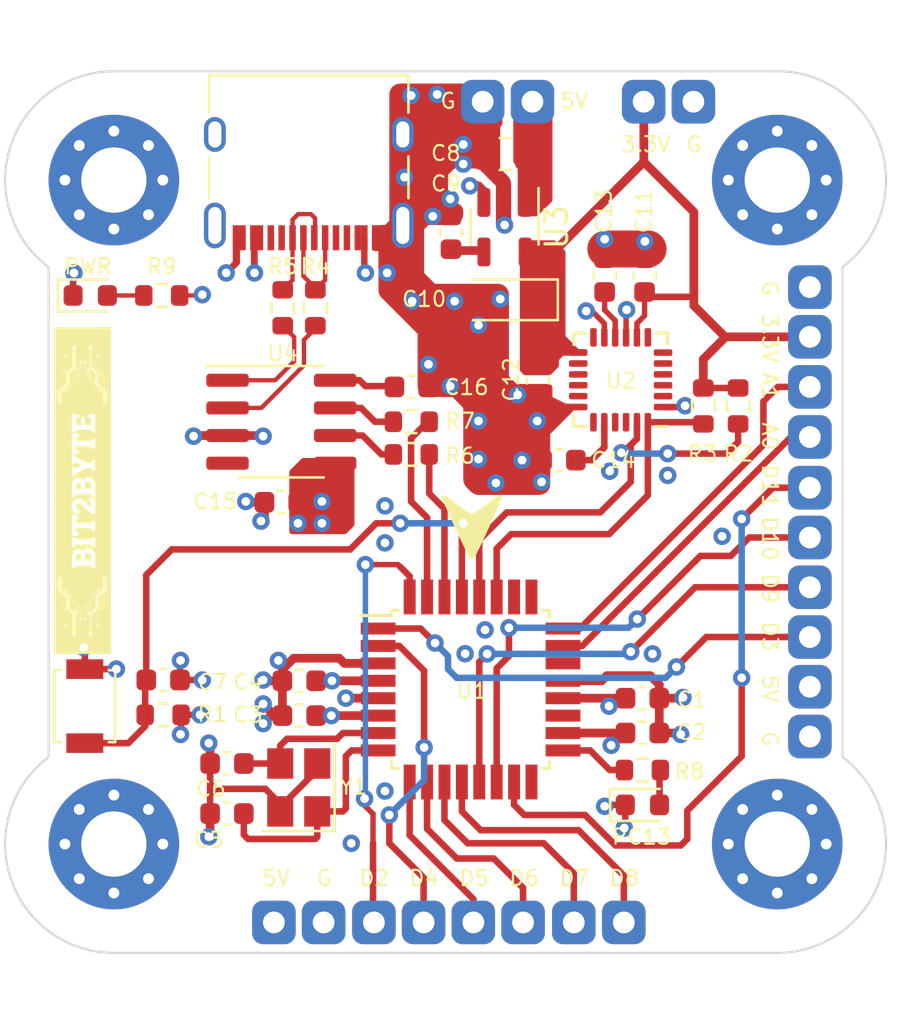
<source format=kicad_pcb>
(kicad_pcb (version 20211014) (generator pcbnew)
  (layers (0 "F.Cu" signal) (1 "In1.Cu" power "5V") (2 "In2.Cu" power "GND") (31 "B.Cu" signal) (34 "B.Paste" user) (35 "F.Paste" user) (36 "B.SilkS" user "B.Silkscreen") (37 "F.SilkS" user "F.Silkscreen") (38 "B.Mask" user) (39 "F.Mask" user) (44 "Edge.Cuts" user))
  (net 0 "")
  (net 1 "+5V")
  (net 2 "GND")
  (net 3 "/XTAL2")
  (net 4 "/XTAL1")
  (net 5 "/RESET")
  (net 6 "/BP")
  (net 7 "+3V3")
  (net 8 "/REGOUT")
  (net 9 "/CPOUT")
  (net 10 "Net-(D1-Pad2)")
  (net 11 "Net-(D2-Pad2)")
  (net 14 "/D+")
  (net 15 "/D-")
  (net 18 "/D3")
  (net 19 "/D9")
  (net 20 "/D10")
  (net 21 "/D11")
  (net 22 "/A1")
  (net 23 "/A0")
  (net 24 "/D2")
  (net 25 "/D4")
  (net 26 "/D5")
  (net 27 "/D6")
  (net 28 "/D7")
  (net 29 "/D8")
  (net 30 "/SCL")
  (net 31 "/SDA")
  (net 32 "/UD+")
  (net 33 "/UD-")
  (net 34 "/UART_RX")
  (net 35 "/UART_TX")
  (net 36 "/D13")
  (net 37 "/D12")
  (net 38 "/A6")
  (net 39 "/A7")
  (net 40 "/A2")
  (net 41 "/A3")
  (net 46 "/TX")
  (net 47 "/RX")
  (net 48 "/V3")
  (footprint "Capacitor_SMD:C_0603_1608Metric" (layer "F.Cu") (at 127.435534 110.535534 180)
    (fp_text reference "C6")
    (fp_text value "22pF")
  )
  (footprint "Capacitor_SMD:C_0603_1608Metric" (layer "F.Cu") (at 129.935534 98.535534)
    (fp_text reference "C15")
    (fp_text value "100nF")
  )
  (footprint "MyLogo:bit2byte_15m-x2mm" (layer "F.Cu") (at 120.8 98 90)
    (fp_text reference "G***" hide)
    (fp_text value "LOGO" hide)
  )
  (footprint "Button_Switch_SMD:SW_SPST_B3U-1000P" (layer "F.Cu") (at 120.9 107.9 90)
    (fp_text reference "SW1" hide)
    (fp_text value "NRST")
  )
  (footprint "Resistor_SMD:R_0603_1608Metric" (layer "F.Cu") (at 124.435534 89.035534 180)
    (fp_text reference "R9")
    (fp_text value "1k")
  )
  (footprint "Connector_USB:USB_C_Receptacle_XKB_U262-16XN-4BVC11" (layer "F.Cu") (at 131.2 82.715 180)
    (fp_text reference "J1" hide)
    (fp_text value "USB_C_Receptacle_USB2.0")
  )
  (footprint "Capacitor_Tantalum_SMD:CP_EIA-3216-10_Kemet-I" (layer "F.Cu") (at 140.335534 89.235534 180)
    (fp_text reference "C10")
    (fp_text value "10uF")
  )
  (footprint "myCustomLibs:pad_01x06" (layer "F.Cu") (at 154.235534 101.335534)
    (fp_text reference "J2" hide)
    (fp_text value "PWM_PIN")
  )
  (footprint "Capacitor_SMD:C_0603_1608Metric" (layer "F.Cu") (at 127.435534 112.835534 180)
    (fp_text reference "C5")
    (fp_text value "22pF")
  )
  (footprint "Capacitor_SMD:C_0603_1608Metric" (layer "F.Cu") (at 141.735534 92.935534 90)
    (fp_text reference "C12")
    (fp_text value "100nF")
  )
  (footprint "LED_SMD:LED_0603_1608Metric" (layer "F.Cu") (at 146.535534 112.435534)
    (fp_text reference "D1" hide)
    (fp_text value "LEDR")
  )
  (footprint "myCustomLibs:pad_01x02" (layer "F.Cu") (at 154.235534 88.649534 180)
    (fp_text reference "J5" hide)
    (fp_text value "Conn_01x02")
  )
  (footprint "Resistor_SMD:R_0603_1608Metric" (layer "F.Cu") (at 150.935534 94.110534 -90)
    (fp_text reference "R2")
    (fp_text value "4k7")
  )
  (footprint "Resistor_SMD:R_0603_1608Metric" (layer "F.Cu") (at 135.910534 94.835534)
    (fp_text reference "R7")
    (fp_text value "1k")
  )
  (footprint "Resistor_SMD:R_0603_1608Metric" (layer "F.Cu") (at 130 89.6 -90)
    (fp_text reference "R5")
    (fp_text value "22R")
  )
  (footprint "Capacitor_SMD:C_0603_1608Metric" (layer "F.Cu") (at 130.760534 108.335534 180)
    (fp_text reference "C3")
    (fp_text value "100nF")
  )
  (footprint "MyLogo:Arrow_3mm-3mm" (layer "F.Cu") (at 138.7 99.7 -90)
    (fp_text reference "G***" hide)
    (fp_text value "LOGO" hide)
  )
  (footprint "Capacitor_SMD:C_0603_1608Metric" (layer "F.Cu") (at 135.910534 93.235534 180)
    (fp_text reference "C16")
    (fp_text value "100nF")
  )
  (footprint "Sensor_Motion:InvenSense_QFN-24_4x4mm_P0.5mm" (layer "F.Cu") (at 145.535534 92.910534 180)
    (fp_text reference "U2")
    (fp_text value "MPU-6050")
  )
  (footprint "Capacitor_SMD:C_0805_2012Metric" (layer "F.Cu") (at 140.235534 82.535534 180)
    (fp_text reference "C8")
    (fp_text value "4.7uF")
  )
  (footprint "MountingHole:MountingHole_3mm_Pad_Via" (layer "F.Cu") (at 152.735534 83.735534)
    (fp_text reference "H2" hide)
    (fp_text value "MountingHole")
  )
  (footprint "Capacitor_SMD:C_0603_1608Metric" (layer "F.Cu") (at 146.535534 109.135534)
    (fp_text reference "C2")
    (fp_text value "100nF")
  )
  (footprint "Package_SO:SOIC-8_3.9x4.9mm_P1.27mm" (layer "F.Cu") (at 129.935534 94.835534)
    (fp_text reference "U4")
    (fp_text value "CH330N")
  )
  (footprint "LED_SMD:LED_0603_1608Metric" (layer "F.Cu") (at 121.148034 89.035534)
    (fp_text reference "D2" hide)
    (fp_text value "LEDR")
  )
  (footprint "Capacitor_SMD:C_0603_1608Metric" (layer "F.Cu") (at 137.735534 86.135534 90)
    (fp_text reference "C9")
    (fp_text value "100nF")
  )
  (footprint "myCustomLibs:pad_01x02" (layer "F.Cu") (at 148.878534 80.135534 90)
    (fp_text reference "J7" hide)
    (fp_text value "Conn_01x02")
  )
  (footprint "Crystal:Crystal_SMD_3225-4Pin_3.2x2.5mm" (layer "F.Cu") (at 130.735534 111.635534 90)
    (fp_text reference "Y1")
    (fp_text value "16MHz")
  )
  (footprint "Package_TO_SOT_SMD:SOT-23-5" (layer "F.Cu") (at 140.2 85.9 -90)
    (fp_text reference "U3")
    (fp_text value "LP2985-3.3")
  )
  (footprint "Resistor_SMD:R_0603_1608Metric" (layer "F.Cu") (at 149.335534 94.110534 -90)
    (fp_text reference "R3")
    (fp_text value "4k7")
  )
  (footprint "Capacitor_SMD:C_0603_1608Metric" (layer "F.Cu") (at 146.635534 88.1 90)
    (fp_text reference "C11")
    (fp_text value "10nF")
  )
  (footprint "myCustomLibs:pad_01x02" (layer "F.Cu") (at 139.192534 80.135534 -90)
    (fp_text reference "J8" hide)
    (fp_text value "Conn_01x02")
  )
  (footprint "Resistor_SMD:R_0603_1608Metric" (layer "F.Cu") (at 135.910534 96.335534)
    (fp_text reference "R6")
    (fp_text value "1k")
  )
  (footprint "MountingHole:MountingHole_3mm_Pad_Via" (layer "F.Cu") (at 152.735534 114.235534)
    (fp_text reference "H4" hide)
    (fp_text value "MountingHole")
  )
  (footprint "Resistor_SMD:R_0603_1608Metric" (layer "F.Cu") (at 146.535534 110.835534)
    (fp_text reference "R8")
    (fp_text value "1k")
  )
  (footprint "MountingHole:MountingHole_3mm_Pad_Via" (layer "F.Cu") (at 122.235534 114.235534)
    (fp_text reference "H1" hide)
    (fp_text value "MountingHole")
  )
  (footprint "myCustomLibs:pad_01x06" (layer "F.Cu") (at 137.580534 117.835534 -90)
    (fp_text reference "J3" hide)
    (fp_text value "RC_IN")
  )
  (footprint "MountingHole:MountingHole_3mm_Pad_Via" (layer "F.Cu") (at 122.235534 83.735534)
    (fp_text reference "H3" hide)
    (fp_text value "MountingHole")
  )
  (footprint "myCustomLibs:pad_01x02" (layer "F.Cu") (at 154.235534 109.296534)
    (fp_text reference "J4" hide)
    (fp_text value "Conn_01x02")
  )
  (footprint "Capacitor_SMD:C_0603_1608Metric" (layer "F.Cu") (at 130.760534 106.735534 180)
    (fp_text reference "C4")
    (fp_text value "100nF")
  )
  (footprint "Resistor_SMD:R_0603_1608Metric" (layer "F.Cu") (at 131.5 89.6 -90)
    (fp_text reference "R4")
    (fp_text value "22R")
  )
  (footprint "myCustomLibs:pad_01x02" (layer "F.Cu") (at 131.878534 117.835534 90)
    (fp_text reference "J6" hide)
    (fp_text value "Conn_01x02")
  )
  (footprint "Capacitor_SMD:C_0603_1608Metric" (layer "F.Cu") (at 124.5 106.7)
    (fp_text reference "C7")
    (fp_text value "100nF")
  )
  (footprint "Package_QFP:TQFP-32_7x7mm_P0.8mm" (layer "F.Cu") (at 138.635534 107.135534)
    (fp_text reference "U1")
    (fp_text value "ATmega328P-A")
  )
  (footprint "Capacitor_SMD:C_0603_1608Metric" (layer "F.Cu") (at 144.8 88.1 90)
    (fp_text reference "C13")
    (fp_text value "100nF")
  )
  (footprint "Capacitor_SMD:C_0603_1608Metric" (layer "F.Cu") (at 146.535534 107.535534)
    (fp_text reference "C1")
    (fp_text value "100nF")
  )
  (footprint "Resistor_SMD:R_0603_1608Metric" (layer "F.Cu") (at 124.5 108.3)
    (fp_text reference "R1")
    (fp_text value "10k")
  )
  (footprint "Capacitor_SMD:C_0603_1608Metric" (layer "F.Cu") (at 142.7 96.6 180)
    (fp_text reference "C14")
    (fp_text value "2.2nF")
  )
  (gr_arc (start 157.735534 83.735534) (mid 157.20767 85.971602) (end 155.735534 87.735534) (layer "Edge.Cuts") (width 0.1))
  (gr_line (start 122.235534 78.735534) (end 152.735534 78.735534) (layer "Edge.Cuts") (width 0.1))
  (gr_arc (start 117.235534 114.235534) (mid 117.763398 111.999466) (end 119.235534 110.235534) (layer "Edge.Cuts") (width 0.1))
  (gr_arc (start 122.235534 119.235534) (mid 118.7 117.771068) (end 117.235534 114.235534) (layer "Edge.Cuts") (width 0.1))
  (gr_arc (start 117.235534 83.735534) (mid 118.7 80.2) (end 122.235534 78.735534) (layer "Edge.Cuts") (width 0.1))
  (gr_arc (start 119.235534 87.735534) (mid 117.763398 85.971602) (end 117.235534 83.735534) (layer "Edge.Cuts") (width 0.1))
  (gr_arc (start 152.735534 78.735534) (mid 156.271068 80.2) (end 157.735534 83.735534) (layer "Edge.Cuts") (width 0.1))
  (gr_arc (start 155.735534 110.235534) (mid 157.20767 111.999466) (end 157.735534 114.235534) (layer "Edge.Cuts") (width 0.1))
  (gr_line (start 155.735534 87.735534) (end 155.735534 110.235534) (layer "Edge.Cuts") (width 0.1))
  (gr_line (start 152.735534 119.235534) (end 122.235534 119.235534) (layer "Edge.Cuts") (width 0.1))
  (gr_line (start 117.235534 83.735534) (end 117.235534 83.735534) (layer "Edge.Cuts") (width 0.1))
  (gr_line (start 119.235534 110.235534) (end 119.235534 87.735534) (layer "Edge.Cuts") (width 0.1))
  (gr_arc (start 157.735534 114.235534) (mid 156.271068 117.771068) (end 152.735534 119.235534) (layer "Edge.Cuts") (width 0.1))
  (gr_text "D3" (at 152.4 104.7 270) (layer "F.SilkS") (effects (font (size 0.7 0.7) (thickness 0.1))))
  (gr_text "D10" (at 152.4 100.2 270) (layer "F.SilkS") (effects (font (size 0.7 0.7) (thickness 0.1))))
  (gr_text "G" (at 131.9 115.8) (layer "F.SilkS") (effects (font (size 0.7 0.7) (thickness 0.1))))
  (gr_text "A0" (at 152.4 95.5 270) (layer "F.SilkS") (effects (font (size 0.7 0.7) (thickness 0.1))))
  (gr_text "5V" (at 129.7 115.8) (layer "F.SilkS") (effects (font (size 0.7 0.7) (thickness 0.1))))
  (gr_text "D7" (at 143.4 115.8) (layer "F.SilkS") (effects (font (size 0.7 0.7) (thickness 0.1))))
  (gr_text "D5" (at 138.8 115.8) (layer "F.SilkS") (effects (font (size 0.7 0.7) (thickness 0.1))))
  (gr_text "D8" (at 145.7 115.8) (layer "F.SilkS") (effects (font (size 0.7 0.7) (thickness 0.1))))
  (gr_text "D6" (at 141.1 115.8) (layer "F.SilkS") (effects (font (size 0.7 0.7) (thickness 0.1))))
  (gr_text "5V" (at 152.4 107.1 270) (layer "F.SilkS") (effects (font (size 0.7 0.7) (thickness 0.1))))
  (gr_text "3.3V" (at 146.7 82.1) (layer "F.SilkS") (effects (font (size 0.7 0.7) (thickness 0.1))))
  (gr_text "D2" (at 134.2 115.8) (layer "F.SilkS") (effects (font (size 0.7 0.7) (thickness 0.1))))
  (gr_text "PC13" (at 146.5 113.9) (layer "F.SilkS") (effects (font (size 0.7 0.7) (thickness 0.1))))
  (gr_text "G" (at 152.4 88.7 270) (layer "F.SilkS") (effects (font (size 0.7 0.7) (thickness 0.1))))
  (gr_text "PWR" (at 121.05 87.7) (layer "F.SilkS") (effects (font (size 0.7 0.7) (thickness 0.1))))
  (gr_text "G" (at 148.9 82.1) (layer "F.SilkS") (effects (font (size 0.7 0.7) (thickness 0.1))))
  (gr_text "D4" (at 136.5 115.8) (layer "F.SilkS") (effects (font (size 0.7 0.7) (thickness 0.1))))
  (gr_text "D11" (at 152.4 97.8 270) (layer "F.SilkS") (effects (font (size 0.7 0.7) (thickness 0.1))))
  (gr_text "3.3V\n" (at 152.4 91 270) (layer "F.SilkS") (effects (font (size 0.7 0.7) (thickness 0.1))))
  (gr_text "G" (at 152.4 109.4 270) (layer "F.SilkS") (effects (font (size 0.7 0.7) (thickness 0.1))))
  (gr_text "A1" (at 152.4 93.2 270) (layer "F.SilkS") (effects (font (size 0.7 0.7) (thickness 0.1))))
  (gr_text "G" (at 137.6 80.1) (layer "F.SilkS") (effects (font (size 0.7 0.7) (thickness 0.1))))
  (gr_text "D9" (at 152.4 102.5 270) (layer "F.SilkS") (effects (font (size 0.7 0.7) (thickness 0.1))))
  (gr_text "5V" (at 143.4 80.1) (layer "F.SilkS") (effects (font (size 0.7 0.7) (thickness 0.1))))
  (segment (start 139.285534 84.285534) (end 139 84) (width 0.4) (layer "F.Cu") (net 1))
  (segment (start 128.7 86.435) (end 128.65 86.385) (width 0.3) (layer "F.Cu") (net 1))
  (segment (start 145.760534 109.135534) (end 145.664466 109.135534) (width 0.3) (layer "F.Cu") (net 1))
  (segment (start 133.75 87.95) (end 133.8 88) (width 0.3) (layer "F.Cu") (net 1))
  (segment (start 128.685534 87.985534) (end 128.7 88) (width 0.3) (layer "F.Cu") (net 1))
  (segment (start 145.364466 107.535534) (end 145 107.9) (width 0.3) (layer "F.Cu") (net 1))
  (segment (start 131.535534 106.735534) (end 132.264466 106.735534) (width 0.4) (layer "F.Cu") (net 1))
  (segment (start 134.385534 106.735534) (end 132.264466 106.735534) (width 0.4) (layer "F.Cu") (net 1))
  (segment (start 130.710534 98.535534) (end 130.710534 99.489466) (width 0.4) (layer "F.Cu") (net 1))
  (segment (start 139 84) (end 138.6 84) (width 0.4) (layer "F.Cu") (net 1))
  (segment (start 145.760534 107.535534) (end 145.364466 107.535534) (width 0.3) (layer "F.Cu") (net 1))
  (segment (start 139.285534 84.698034) (end 139.285534 84.285534) (width 0.4) (layer "F.Cu") (net 1))
  (segment (start 132.235534 108.335534) (end 134.385534 108.335534) (width 0.4) (layer "F.Cu") (net 1))
  (segment (start 145.664466 109.135534) (end 145.1 109.7) (width 0.3) (layer "F.Cu") (net 1))
  (segment (start 128.685534 86.705534) (end 128.685534 87.985534) (width 0.3) (layer "F.Cu") (net 1))
  (segment (start 126.264466 89.035534) (end 126.3 89) (width 0.2) (layer "F.Cu") (net 1))
  (segment (start 130.710534 99.489466) (end 130.7 99.5) (width 0.4) (layer "F.Cu") (net 1))
  (segment (start 125.325 108.3) (end 126.2 108.3) (width 0.3) (layer "F.Cu") (net 1))
  (segment (start 142.885534 107.535534) (end 145.760534 107.535534) (width 0.4) (layer "F.Cu") (net 1))
  (segment (start 142.885534 109.135534) (end 145.760534 109.135534) (width 0.4) (layer "F.Cu") (net 1))
  (segment (start 133.75 86.385) (end 133.75 87.95) (width 0.3) (layer "F.Cu") (net 1))
  (segment (start 125.325 108.3) (end 125.325 109.175) (width 0.3) (layer "F.Cu") (net 1))
  (segment (start 131.535534 108.335534) (end 132.235534 108.335534) (width 0.4) (layer "F.Cu") (net 1))
  (segment (start 141.185534 80.428534) (end 141.478534 80.135534) (width 0.4) (layer "F.Cu") (net 1))
  (segment (start 125.325 109.175) (end 125.3 109.2) (width 0.3) (layer "F.Cu") (net 1))
  (segment (start 128.7 88) (end 128.7 86.435) (width 0.3) (layer "F.Cu") (net 1))
  (segment (start 125.260534 89.035534) (end 126.264466 89.035534) (width 0.2) (layer "F.Cu") (net 1))
  (via (at 133.8 88) (size 0.8) (drill 0.4) (layers "F.Cu" "B.Cu") (net 1))
  (via (at 132.264466 106.735534) (size 0.8) (drill 0.4) (layers "F.Cu" "B.Cu") (net 1))
  (via (at 126.2 108.3) (size 0.8) (drill 0.4) (layers "F.Cu" "B.Cu") (net 1))
  (via (at 125.3 109.2) (size 0.8) (drill 0.4) (layers "F.Cu" "B.Cu") (net 1))
  (via (at 145 107.9) (size 0.8) (drill 0.4) (layers "F.Cu" "B.Cu") (net 1))
  (via (at 132.235534 108.335534) (size 0.8) (drill 0.4) (layers "F.Cu" "B.Cu") (net 1))
  (via (at 126.3 89) (size 0.8) (drill 0.4) (layers "F.Cu" "B.Cu") (net 1))
  (via (at 131.8 99.5) (size 0.8) (drill 0.4) (layers "F.Cu" "B.Cu") (net 1))
  (via (at 138.6 84) (size 0.8) (drill 0.4) (layers "F.Cu" "B.Cu") (net 1))
  (via (at 130.7 99.5) (size 0.8) (drill 0.4) (layers "F.Cu" "B.Cu") (net 1))
  (via (at 131.8 98.5) (size 0.8) (drill 0.4) (layers "F.Cu" "B.Cu") (net 1))
  (via (at 145.1 109.7) (size 0.8) (drill 0.4) (layers "F.Cu" "B.Cu") (net 1))
  (via (at 128.7 88) (size 0.8) (drill 0.4) (layers "F.Cu" "B.Cu") (net 1))
  (segment (start 140.910534 93.710534) (end 141.735534 93.710534) (width 0.3) (layer "F.Cu") (net 2))
  (segment (start 141.735534 93.710534) (end 142.110534 93.710534) (width 0.3) (layer "F.Cu") (net 2))
  (segment (start 140.235534 85.764466) (end 140.2 85.8) (width 0.4) (layer "F.Cu") (net 2))
  (segment (start 126.660534 110.535534) (end 126.660534 111.660534) (width 0.3) (layer "F.Cu") (net 2))
  (segment (start 148.439466 94.160534) (end 148.5 94.1) (width 0.3) (layer "F.Cu") (net 2))
  (segment (start 126.860534 111.660534) (end 126.9 111.7) (width 0.3) (layer "F.Cu") (net 2))
  (segment (start 138.985534 89.235534) (end 139.964466 89.235534) (width 0.4) (layer "F.Cu") (net 2))
  (segment (start 147.310534 106.910534) (end 147.310534 107.535534) (width 0.4) (layer "F.Cu") (net 2))
  (segment (start 129.464466 108.335534) (end 129.985534 108.335534) (width 0.4) (layer "F.Cu") (net 2))
  (segment (start 145.748034 112.435534) (end 145.748034 113.451966) (width 0.3) (layer "F.Cu") (net 2))
  (segment (start 127.1 111.7) (end 126.9 111.7) (width 0.3) (layer "F.Cu") (net 2))
  (segment (start 127.85 87.55) (end 127.4 88) (width 0.3) (layer "F.Cu") (net 2))
  (segment (start 139.285534 82.535534) (end 138.764466 82.535534) (width 0.4) (layer "F.Cu") (net 2))
  (segment (start 125.275 105.825) (end 125.3 105.8) (width 0.3) (layer "F.Cu") (net 2))
  (segment (start 125.929466 95.470534) (end 125.9 95.5) (width 0.4) (layer "F.Cu") (net 2))
  (segment (start 126.660534 113.839466) (end 126.6 113.9) (width 0.4) (layer "F.Cu") (net 2))
  (segment (start 127.460534 95.470534) (end 125.929466 95.470534) (width 0.4) (layer "F.Cu") (net 2))
  (segment (start 144.864466 112.435534) (end 144.8 112.5) (width 0.3) (layer "F.Cu") (net 2))
  (segment (start 145.748034 112.435534) (end 144.864466 112.435534) (width 0.3) (layer "F.Cu") (net 2))
  (segment (start 132.835534 105.935534) (end 132.6 105.7) (width 0.4) (layer "F.Cu") (net 2))
  (segment (start 129.885534 112.735534) (end 129.885534 112.385534) (width 0.3) (layer "F.Cu") (net 2))
  (segment (start 129.070534 95.470534) (end 129.1 95.5) (width 0.4) (layer "F.Cu") (net 2))
  (segment (start 129.885534 112.385534) (end 129.2 111.7) (width 0.3) (layer "F.Cu") (net 2))
  (segment (start 147.310534 107.535534) (end 148.364466 107.535534) (width 0.4) (layer "F.Cu") (net 2))
  (segment (start 129.635534 108.335534) (end 129.1 107.8) (width 0.4) (layer "F.Cu") (net 2))
  (segment (start 120.9 106.2) (end 120.9 105.25) (width 0.3) (layer "F.Cu") (net 2))
  (segment (start 131.585534 110.834556) (end 129.885534 112.534556) (width 0.3) (layer "F.Cu") (net 2))
  (segment (start 145.785534 89.715537) (end 145.785534 90.960534) (width 0.25) (layer "F.Cu") (net 2))
  (segment (start 136.939466 85.360534) (end 136.9 85.4) (width 0.4) (layer "F.Cu") (net 2))
  (segment (start 126.660534 110.535534) (end 126.660534 109.660534) (width 0.4) (layer "F.Cu") (net 2))
  (segment (start 129.160534 98.535534) (end 128.335534 98.535534) (width 0.4) (layer "F.Cu") (net 2))
  (segment (start 125.275 106.7) (end 125.275 105.825) (width 0.3) (layer "F.Cu") (net 2))
  (segment (start 137.664466 93.235534) (end 137.7 93.2) (width 0.4) (layer "F.Cu") (net 2))
  (segment (start 127.885534 87.514466) (end 127.4 88) (width 0.3) (layer "F.Cu") (net 2))
  (segment (start 141.925 96.6) (end 141.925 97.575) (width 0.4) (layer "F.Cu") (net 2))
  (segment (start 141.925 96.6) (end 141 96.6) (width 0.4) (layer "F.Cu") (net 2))
  (segment (start 120.360534 89.035534) (end 120.360534 88.039466) (width 0.3) (layer "F.Cu") (net 2))
  (segment (start 145.748034 113.451966) (end 145.7 113.5) (width 0.3) (layer "F.Cu") (net 2))
  (segment (start 134.55 87.750497) (end 134.799503 88) (width 0.3) (layer "F.Cu") (net 2))
  (segment (start 126.660534 112.835534) (end 126.660534 113.839466) (width 0.4) (layer "F.Cu") (net 2))
  (segment (start 126.660534 111.460534) (end 126.9 111.7) (width 0.3) (layer "F.Cu") (net 2))
  (segment (start 132.9005 107.535534) (end 132.9 107.535034) (width 0.4) (layer "F.Cu") (net 2))
  (segment (start 129.135534 106.735534) (end 129.1 106.7) (width 0.4) (layer "F.Cu") (net 2))
  (segment (start 148.364466 107.535534) (end 148.4 107.5) (width 0.4) (layer "F.Cu") (net 2))
  (segment (start 126.660534 111.939466) (end 126.660534 112.835534) (width 0.3) (layer "F.Cu") (net 2))
  (segment (start 134.385534 107.535534) (end 132.9005 107.535534) (width 0.4) (layer "F.Cu") (net 2))
  (segment (start 129.985534 108.335534) (end 129.635534 108.335534) (width 0.4) (layer "F.Cu") (net 2))
  (segment (start 137.964466 89.235534) (end 137.9 89.3) (width 0.4) (layer "F.Cu") (net 2))
  (segment (start 146.635534 86.564466) (end 146.635534 87.325) (width 0.25) (layer "F.Cu") (net 2))
  (segment (start 144.209285 89.75) (end 144.785534 90.326249) (width 0.25) (layer "F.Cu") (net 2))
  (segment (start 126.7 111.7) (end 126.660534 111.660534) (width 0.3) (layer "F.Cu") (net 2))
  (segment (start 138.985534 90.385534) (end 139 90.4) (width 0.4) (layer "F.Cu") (net 2))
  (segment (start 137.735534 84.635534) (end 137.7 84.6) (width 0.4) (layer "F.Cu") (net 2))
  (segment (start 144.664466 106.735534) (end 144.9 106.5) (width 0.4) (layer "F.Cu") (net 2))
  (segment (start 137.735534 85.360534) (end 137.735534 84.635534) (width 0.4) (layer "F.Cu") (net 2))
  (segment (start 129.2 111.7) (end 127.1 111.7) (width 0.3) (layer "F.Cu") (net 2))
  (segment (start 141.925 97.575) (end 141.9 97.6) (width 0.4) (layer "F.Cu") (net 2))
  (segment (start 129.1 108.7) (end 129.464466 108.335534) (width 0.4) (layer "F.Cu") (net 2))
  (segment (start 129.985534 106.735534) (end 129.985534 108.335534) (width 0.4) (layer "F.Cu") (net 2))
  (segment (start 144.8 87.325) (end 144.8 86.45) (width 0.25) (layer "F.Cu") (net 2))
  (segment (start 142.110534 93.710534) (end 142.560534 94.160534) (width 0.3) (layer "F.Cu") (net 2))
  (segment (start 128.335534 98.535534) (end 128.3 98.5) (width 0.4) (layer "F.Cu") (net 2))
  (segment (start 134.585534 87.786031) (end 134.585534 86.705534) (width 0.3) (layer "F.Cu") (net 2))
  (segment (start 120.9 105.25) (end 120.85 105.2) (width 0.3) (layer "F.Cu") (net 2))
  (segment (start 126.660534 109.660534) (end 126.6 109.6) (width 0.4) (layer "F.Cu") (net 2))
  (segment (start 127.885534 86.705534) (end 127.885534 87.514466) (width 0.3) (layer "F.Cu") (net 2))
  (segment (start 127.460534 95.470534) (end 129.070534 95.470534) (width 0.4) (layer "F.Cu") (net 2))
  (segment (start 126.660534 111.660534) (end 126.660534 111.939466) (width 0.3) (layer "F.Cu") (net 2))
  (segment (start 144.9 106.5) (end 146.9 106.5) (width 0.4) (layer "F.Cu") (net 2))
  (segment (start 134.385534 105.935534) (end 132.835534 105.935534) (width 0.4) (layer "F.Cu") (net 2))
  (segment (start 136.685534 93.235534) (end 137.664466 93.235534) (width 0.4) (layer "F.Cu") (net 2))
  (segment (start 140.8 93.6) (end 140.910534 93.710534) (width 0.3) (layer "F.Cu") (net 2))
  (segment (start 140.235534 84.698034) (end 140.235534 85.764466) (width 0.4) (layer "F.Cu") (net 2))
  (segment (start 130.5 105.7) (end 129.985534 106.214466) (width 0.4) (layer "F.Cu") (net 2))
  (segment (start 129.985534 105.985534) (end 129.8 105.8) (width 0.4) (layer "F.Cu") (net 2))
  (segment (start 146.65 86.55) (end 146.635534 86.564466) (width 0.25) (layer "F.Cu") (net 2))
  (segment (start 136.685534 92.214466) (end 136.7 92.2) (width 0.4) (layer "F.Cu") (net 2))
  (segment (start 145.810344 89.690727) (end 145.785534 89.715537) (width 0.25) (layer "F.Cu") (net 2))
  (segment (start 138.735534 82.535534) (end 139.285534 82.535534) (width 0.4) (layer "F.Cu") (net 2))
  (segment (start 134.799503 88) (end 134.585534 87.786031) (width 0.3) (layer "F.Cu") (net 2))
  (segment (start 127.1 111.7) (end 126.7 111.7) (width 0.3) (layer "F.Cu") (net 2))
  (segment (start 142.885534 106.735534) (end 144.664466 106.735534) (width 0.4) (layer "F.Cu") (net 2))
  (segment (start 134.55 86.385) (end 134.55 87.750497) (width 0.3) (layer "F.Cu") (net 2))
  (segment (start 137.735534 85.360534) (end 136.939466 85.360534) (width 0.4) (layer "F.Cu") (net 2))
  (segment (start 127.85 86.385) (end 127.85 87.55) (width 0.3) (layer "F.Cu") (net 2))
  (segment (start 148.235534 109.135534) (end 148.3 109.2) (width 0.4) (layer "F.Cu") (net 2))
  (segment (start 122.35 106.2) (end 120.9 106.2) (width 0.3) (layer "F.Cu") (net 2))
  (segment (start 120.360534 88.039466) (end 120.4 88) (width 0.3) (layer "F.Cu") (net 2))
  (segment (start 144.785534 90.326249) (end 144.785534 90.960534) (width 0.25) (layer "F.Cu") (net 2))
  (segment (start 136.685534 93.235534) (end 136.685534 92.214466) (width 0.4) (layer "F.Cu") (net 2))
  (segment (start 126.9 111.7) (end 126.660534 111.939466) (width 0.3) (layer "F.Cu") (net 2))
  (segment (start 143.95 89.75) (end 144.209285 89.75) (width 0.25) (layer "F.Cu") (net 2))
  (segment (start 126.660534 111.660534) (end 126.860534 111.660534) (width 0.3) (layer "F.Cu") (net 2))
  (segment (start 138.764466 82.535534) (end 138.3 83) (width 0.4) (layer "F.Cu") (net 2))
  (segment (start 147.485534 94.160534) (end 148.439466 94.160534) (width 0.3) (layer "F.Cu") (net 2))
  (segment (start 142.560534 94.160534) (end 143.585534 94.160534) (width 0.3) (layer "F.Cu") (net 2))
  (segment (start 138.3 82.1) (end 138.735534 82.535534) (width 0.4) (layer "F.Cu") (net 2))
  (segment (start 132.6 105.7) (end 130.5 105.7) (width 0.4) (layer "F.Cu") (net 2))
  (segment (start 129.160534 99.239466) (end 129.160534 98.535534) (width 0.4) (layer "F.Cu") (net 2))
  (segment (start 129.985534 106.735534) (end 129.135534 106.735534) (width 0.4) (layer "F.Cu") (net 2))
  (segment (start 129.985534 106.735534) (end 129.985534 105.985534) (width 0.4) (layer "F.Cu") (net 2))
  (segment (start 129.885534 112.534556) (end 129.885534 112.735534) (width 0.3) (layer "F.Cu") (net 2))
  (segment (start 131.585534 110.535534) (end 131.585534 110.834556) (width 0.3) (layer "F.Cu") (net 2))
  (segment (start 146.9 106.5) (end 147.310534 106.910534) (width 0.4) (layer "F.Cu") (net 2))
  (segment (start 139.964466 89.235534) (end 140 89.2) (width 0.4) (layer "F.Cu") (net 2))
  (segment (start 147.310534 109.135534) (end 147.310534 107.535534) (width 0.4) (layer "F.Cu") (net 2))
  (segment (start 147.310534 109.135534) (end 148.235534 109.135534) (width 0.4) (layer "F.Cu") (net 2))
  (segment (start 126.660534 110.535534) (end 126.660534 111.460534) (width 0.3) (layer "F.Cu") (net 2))
  (segment (start 128.9 99.5) (end 129.160534 99.239466) (width 0.4) (layer "F.Cu") (net 2))
  (segment (start 125.275 106.7) (end 126.3 106.7) (width 0.3) (layer "F.Cu") (net 2))
  (segment (start 141.735534 93.710534) (end 141.735534 94.764466) (width 0.25) (layer "F.Cu") (net 2))
  (segment (start 129.985534 106.214466) (end 129.985534 106.735534) (width 0.4) (layer "F.Cu") (net 2))
  (segment (start 141.735534 94.764466) (end 141.7 94.8) (width 0.25) (layer "F.Cu") (net 2))
  (segment (start 138.985534 89.235534) (end 137.964466 89.235534) (width 0.4) (layer "F.Cu") (net 2))
  (segment (start 138.985534 89.235534) (end 138.985534 90.385534) (width 0.4) (layer "F.Cu") (net 2))
  (via (at 134.7 111.8) (size 0.8) (drill 0.4) (layers "F.Cu" "B.Cu") (net 2))
  (via (at 134.799503 88) (size 0.8) (drill 0.4) (layers "F.Cu" "B.Cu") (net 2))
  (via (at 150.2 100.1) (size 0.8) (drill 0.4) (layers "F.Cu" "B.Cu") (net 2))
  (via (at 139.3 104.4) (size 0.8) (drill 0.4) (layers "F.Cu" "B.Cu") (net 2))
  (via (at 136.9 85.4) (size 0.8) (drill 0.4) (layers "F.Cu" "B.Cu") (net 2))
  (via (at 132.9 107.535034) (size 0.8) (drill 0.4) (layers "F.Cu" "B.Cu") (net 2))
  (via (at 148.4 107.5) (size 0.8) (drill 0.4) (layers "F.Cu" "B.Cu") (net 2))
  (via (at 138.3 83) (size 0.8) (drill 0.4) (layers "F.Cu" "B.Cu") (net 2))
  (via (at 125.9 95.5) (size 0.8) (drill 0.4) (layers "F.Cu" "B.Cu") (net 2))
  (via (at 135.95 89.3) (size 0.8) (drill 0.4) (layers "F.Cu" "B.Cu") (net 2))
  (via (at 129 99.4) (size 0.8) (drill 0.4) (layers "F.Cu" "B.Cu") (net 2))
  (via (at 139 96.55) (size 0.8) (drill 0.4) (layers "F.Cu" "B.Cu") (net 2))
  (via (at 120.85 105.2) (size 0.8) (drill 0.4) (layers "F.Cu" "B.Cu") (net 2))
  (via (at 139 94.8) (size 0.8) (drill 0.4) (layers "F.Cu" "B.Cu") (net 2))
  (via (at 140.8 93.6) (size 0.8) (drill 0.4) (layers "F.Cu" "B.Cu") (net 2))
  (via (at 146.65 86.55) (size 0.8) (drill 0.4) (layers "F.Cu" "B.Cu") (net 2))
  (via (at 125.3 105.8) (size 0.8) (drill 0.4) (layers "F.Cu" "B.Cu") (net 2))
  (via (at 144.8 112.5) (size 0.8) (drill 0.4) (layers "F.Cu" "B.Cu") (net 2))
  (via (at 129.1 106.7) (size 0.8) (drill 0.4) (layers "F.Cu" "B.Cu") (net 2))
  (via (at 137.9 89.3) (size 0.8) (drill 0.4) (layers "F.Cu" "B.Cu") (net 2))
  (via (at 144.8 86.45) (size 0.8) (drill 0.4) (layers "F.Cu" "B.Cu") (net 2))
  (via (at 141.7 94.8) (size 0.8) (drill 0.4) (layers "F.Cu" "B.Cu") (net 2))
  (via (at 122.35 106.2) (size 0.8) (drill 0.4) (layers "F.Cu" "B.Cu") (net 2))
  (via (at 147 105.5) (size 0.8) (drill 0.4) (layers "F.Cu" "B.Cu") (net 2))
  (via (at 128.3 98.5) (size 0.8) (drill 0.4) (layers "F.Cu" "B.Cu") (net 2))
  (via (at 141 96.6) (size 0.8) (drill 0.4) (layers "F.Cu" "B.Cu") (net 2))
  (via (at 148.5 94.1) (size 0.8) (drill 0.4) (layers "F.Cu" "B.Cu") (net 2))
  (via (at 133.150997 114.2) (size 0.8) (drill 0.4) (layers "F.Cu" "B.Cu") (net 2))
  (via (at 137.7 84.6) (size 0.8) (drill 0.4) (layers "F.Cu" "B.Cu") (net 2))
  (via (at 137.7 93.2) (size 0.8) (drill 0.4) (layers "F.Cu" "B.Cu") (net 2))
  (via (at 140 89.2) (size 0.8) (drill 0.4) (layers "F.Cu" "B.Cu") (net 2))
  (via (at 136.7 92.2) (size 0.8) (drill 0.4) (layers "F.Cu" "B.Cu") (net 2))
  (via (at 140.2 85.8) (size 0.8) (drill 0.4) (layers "F.Cu" "B.Cu") (net 2))
  (via (at 126.6 113.9) (size 0.8) (drill 0.4) (layers "F.Cu" "B.Cu") (net 2))
  (via (at 134.7 100.4) (size 0.8) (drill 0.4) (layers "F.Cu" "B.Cu") (net 2))
  (via (at 129.1 107.8) (size 0.8) (drill 0.4) (layers "F.Cu" "B.Cu") (net 2))
  (via (at 135.6 83.6) (size 0.8) (drill 0.4) (layers "F.Cu" "B.Cu") (net 2))
  (via (at 129.8 105.8) (size 0.8) (drill 0.4) (layers "F.Cu" "B.Cu") (net 2))
  (via (at 135.9 79.85) (size 0.8) (drill 0.4) (layers "F.Cu" "B.Cu") (net 2))
  (via (at 137.1 79.8) (size 0.8) (drill 0.4) (layers "F.Cu" "B.Cu") (net 2))
  (via (at 127.4 88) (size 0.8) (drill 0.4) (layers "F.Cu" "B.Cu") (net 2))
  (via (at 126.3 106.7) (size 0.8) (drill 0.4) (layers "F.Cu" "B.Cu") (net 2))
  (via (at 143.95 89.75) (size 0.8) (drill 0.4) (layers "F.Cu" "B.Cu") (net 2))
  (via (at 138.3 82.1) (size 0.8) (drill 0.4) (layers "F.Cu" "B.Cu") (net 2))
  (via (at 145.7 113.5) (size 0.8) (drill 0.4) (layers "F.Cu" "B.Cu") (net 2))
  (via (at 148.3 109.2) (size 0.8) (drill 0.4) (layers "F.Cu" "B.Cu") (net 2))
  (via (at 141.9 97.6) (size 0.8) (drill 0.4) (layers "F.Cu" "B.Cu") (net 2))
  (via (at 145.032172 97.10732) (size 0.8) (drill 0.4) (layers "F.Cu" "B.Cu") (net 2))
  (via (at 126.6 109.6) (size 0.8) (drill 0.4) (layers "F.Cu" "B.Cu") (net 2))
  (via (at 138.38536 105.491605) (size 0.8) (drill 0.4) (layers "F.Cu" "B.Cu") (net 2))
  (via (at 145.810344 89.690727) (size 0.8) (drill 0.4) (layers "F.Cu" "B.Cu") (net 2))
  (via (at 129.1 108.7) (size 0.8) (drill 0.4) (layers "F.Cu" "B.Cu") (net 2))
  (via (at 129.1 95.5) (size 0.8) (drill 0.4) (layers "F.Cu" "B.Cu") (net 2))
  (via (at 120.4 88) (size 0.8) (drill 0.4) (layers "F.Cu" "B.Cu") (net 2))
  (via (at 139.8 97.65) (size 0.8) (drill 0.4) (layers "F.Cu" "B.Cu") (net 2))
  (via (at 134.7 98.7) (size 0.8) (drill 0.4) (layers "F.Cu" "B.Cu") (net 2))
  (via (at 139 90.4) (size 0.8) (drill 0.4) (layers "F.Cu" "B.Cu") (net 2))
  (via (at 147.7 97.3) (size 0.8) (drill 0.4) (layers "F.Cu" "B.Cu") (net 2))
  (segment (start 132.764466 112.735534) (end 132.9 112.6) (width 0.3) (layer "F.Cu") (net 3))
  (segment (start 131.5 114) (end 128.4 114) (width 0.3) (layer "F.Cu") (net 3))
  (segment (start 131.585534 112.735534) (end 131.585534 113.914466) (width 0.3) (layer "F.Cu") (net 3))
  (segment (start 131.585534 113.914466) (end 131.5 114) (width 0.3) (layer "F.Cu") (net 3))
  (segment (start 128.4 114) (end 128.210534 113.810534) (width 0.3) (layer "F.Cu") (net 3))
  (segment (start 128.210534 113.810534) (end 128.210534 112.835534) (width 0.3) (layer "F.Cu") (net 3))
  (segment (start 133.164466 109.935534) (end 134.385534 109.935534) (width 0.3) (layer "F.Cu") (net 3))
  (segment (start 132.9 110.2) (end 133.164466 109.935534) (width 0.3) (layer "F.Cu") (net 3))
  (segment (start 132.9 112.6) (end 132.9 110.2) (width 0.3) (layer "F.Cu") (net 3))
  (segment (start 131.585534 112.735534) (end 132.764466 112.735534) (width 0.3) (layer "F.Cu") (net 3))
  (segment (start 134.385534 109.135534) (end 132.764466 109.135534) (width 0.3) (layer "F.Cu") (net 4))
  (segment (start 130.2 109.4) (end 129.885534 109.714466) (width 0.3) (layer "F.Cu") (net 4))
  (segment (start 132.5 109.4) (end 130.2 109.4) (width 0.3) (layer "F.Cu") (net 4))
  (segment (start 132.764466 109.135534) (end 132.5 109.4) (width 0.3) (layer "F.Cu") (net 4))
  (segment (start 129.885534 109.714466) (end 129.885534 110.535534) (width 0.3) (layer "F.Cu") (net 4))
  (segment (start 129.885534 110.535534) (end 128.210534 110.535534) (width 0.3) (layer "F.Cu") (net 4))
  (segment (start 123.725 101.875) (end 123.725 106.7) (width 0.3) (layer "F.Cu") (net 5))
  (segment (start 123.675 108.825) (end 122.9 109.6) (width 0.3) (layer "F.Cu") (net 5))
  (segment (start 122.9 109.6) (end 120.9 109.6) (width 0.3) (layer "F.Cu") (net 5))
  (segment (start 138.235534 99.564466) (end 138.3 99.5) (width 0.3) (layer "F.Cu") (net 5))
  (segment (start 138.235534 102.885534) (end 138.235534 99.564466) (width 0.3) (layer "F.Cu") (net 5))
  (segment (start 135.4 99.5) (end 134.3 99.5) (width 0.3) (layer "F.Cu") (net 5))
  (segment (start 123.675 106.75) (end 123.725 106.7) (width 0.3) (layer "F.Cu") (net 5))
  (segment (start 133.1 100.7) (end 124.9 100.7) (width 0.3) (layer "F.Cu") (net 5))
  (segment (start 123.675 108.3) (end 123.675 106.75) (width 0.3) (layer "F.Cu") (net 5))
  (segment (start 124.9 100.7) (end 123.725 101.875) (width 0.3) (layer "F.Cu") (net 5))
  (segment (start 123.675 108.3) (end 123.675 108.825) (width 0.3) (layer "F.Cu") (net 5))
  (segment (start 134.3 99.5) (end 133.1 100.7) (width 0.3) (layer "F.Cu") (net 5))
  (via (at 138.3 99.5) (size 0.8) (drill 0.4) (layers "F.Cu" "B.Cu") (net 5))
  (via (at 135.4 99.5) (size 0.8) (drill 0.4) (layers "F.Cu" "B.Cu") (net 5))
  (segment (start 138.3 99.5) (end 135.4 99.5) (width 0.3) (layer "B.Cu") (net 5))
  (segment (start 137.798034 86.973034) (end 137.735534 86.910534) (width 0.4) (layer "F.Cu") (net 6))
  (segment (start 139.285534 86.973034) (end 137.798034 86.973034) (width 0.4) (layer "F.Cu") (net 6))
  (segment (start 146.860534 89.1) (end 148.9 89.1) (width 0.3) (layer "F.Cu") (net 7))
  (segment (start 146.6 80.143) (end 146.6 82.9) (width 0.4) (layer "F.Cu") (net 7))
  (segment (start 148.9 85.2) (end 148.9 89.1) (width 0.4) (layer "F.Cu") (net 7))
  (segment (start 150.335534 90.935534) (end 148.9 89.5) (width 0.4) (layer "F.Cu") (net 7))
  (segment (start 150.335534 90.964466) (end 150.335534 90.935534) (width 0.4) (layer "F.Cu") (net 7))
  (segment (start 148.9 89.5) (end 148.9 89.1) (width 0.4) (layer "F.Cu") (net 7))
  (segment (start 142.6 88.321068) (end 141.685534 89.235534) (width 0.4) (layer "F.Cu") (net 7))
  (segment (start 142.6 86.9) (end 142.6 88.321068) (width 0.4) (layer "F.Cu") (net 7))
  (segment (start 146.592534 80.135534) (end 146.6 80.143) (width 0.4) (layer "F.Cu") (net 7))
  (segment (start 146.6 82.9) (end 148.9 85.2) (width 0.4) (layer "F.Cu") (net 7))
  (segment (start 146.285534 90.314466) (end 146.635534 89.964466) (width 0.25) (layer "F.Cu") (net 7))
  (segment (start 146.635534 88.875) (end 146.860534 89.1) (width 0.3) (layer "F.Cu") (net 7))
  (segment (start 154.235534 90.935534) (end 150.335534 90.935534) (width 0.4) (layer "F.Cu") (net 7))
  (segment (start 146.635534 89.964466) (end 146.635534 88.875) (width 0.25) (layer "F.Cu") (net 7))
  (segment (start 146.285534 90.960534) (end 146.285534 90.314466) (width 0.25) (layer "F.Cu") (net 7))
  (segment (start 141.685534 92.110534) (end 141.735534 92.160534) (width 0.4) (layer "F.Cu") (net 7))
  (segment (start 149.335534 93.285534) (end 150.935534 93.285534) (width 0.3) (layer "F.Cu") (net 7))
  (segment (start 149.335534 91.964466) (end 150.335534 90.964466) (width 0.4) (layer "F.Cu") (net 7))
  (segment (start 149.335534 93.285534) (end 149.335534 91.964466) (width 0.4) (layer "F.Cu") (net 7))
  (segment (start 146.6 82.9) (end 142.6 86.9) (width 0.4) (layer "F.Cu") (net 7))
  (segment (start 145.285534 90.190531) (end 144.8 89.704997) (width 0.25) (layer "F.Cu") (net 8))
  (segment (start 144.8 89.704997) (end 144.8 88.875) (width 0.25) (layer "F.Cu") (net 8))
  (segment (start 145.285534 90.960534) (end 145.285534 90.190531) (width 0.25) (layer "F.Cu") (net 8))
  (segment (start 144.2 96.6) (end 144.785534 96.014466) (width 0.3) (layer "F.Cu") (net 9))
  (segment (start 143.475 96.6) (end 144.2 96.6) (width 0.3) (layer "F.Cu") (net 9))
  (segment (start 144.785534 96.014466) (end 144.785534 94.860534) (width 0.3) (layer "F.Cu") (net 9))
  (segment (start 147.323034 110.873034) (end 147.360534 110.835534) (width 0.3) (layer "F.Cu") (net 10))
  (segment (start 147.323034 112.435534) (end 147.323034 110.873034) (width 0.3) (layer "F.Cu") (net 10))
  (segment (start 123.610534 89.035534) (end 121.935534 89.035534) (width 0.2) (layer "F.Cu") (net 11))
  (segment (start 131.3 85.3) (end 131.485534 85.485534) (width 0.2) (layer "F.Cu") (net 14))
  (segment (start 130.45 86.385) (end 130.45 85.560978) (width 0.2) (layer "F.Cu") (net 14))
  (segment (start 130.710978 85.3) (end 131.3 85.3) (width 0.2) (layer "F.Cu") (net 14))
  (segment (start 130.45 88.325) (end 130 88.775) (width 0.2) (layer "F.Cu") (net 14))
  (segment (start 130.45 86.385) (end 130.45 88.325) (width 0.2) (layer "F.Cu") (net 14))
  (segment (start 130.45 85.560978) (end 130.710978 85.3) (width 0.2) (layer "F.Cu") (net 14))
  (segment (start 131.485534 85.485534) (end 131.485534 86.705534) (width 0.2) (layer "F.Cu") (net 14))
  (segment (start 131.95 88.325) (end 131.5 88.775) (width 0.2) (layer "F.Cu") (net 15))
  (segment (start 130.95 88.15) (end 130.95 86.385) (width 0.2) (layer "F.Cu") (net 15))
  (segment (start 131.5 88.775) (end 131.5 88.7) (width 0.2) (layer "F.Cu") (net 15))
  (segment (start 131.95 86.385) (end 131.95 88.325) (width 0.2) (layer "F.Cu") (net 15))
  (segment (start 131.5 88.7) (end 130.95 88.15) (width 0.2) (layer "F.Cu") (net 15))
  (segment (start 148.1 106.1) (end 149.474466 104.725534) (width 0.3) (layer "F.Cu") (net 18))
  (segment (start 149.474466 104.725534) (end 154.235534 104.725534) (width 0.3) (layer "F.Cu") (net 18))
  (segment (start 136.335534 104.335534) (end 134.385534 104.335534) (width 0.3) (layer "F.Cu") (net 18))
  (segment (start 137 105) (end 136.335534 104.335534) (width 0.3) (layer "F.Cu") (net 18))
  (via (at 137 105) (size 0.8) (drill 0.4) (layers "F.Cu" "B.Cu") (net 18))
  (via (at 148.1 106.1) (size 0.8) (drill 0.4) (layers "F.Cu" "B.Cu") (net 18))
  (segment (start 137.6 105.6) (end 137.6 106.2) (width 0.3) (layer "B.Cu") (net 18))
  (segment (start 147.6 106.6) (end 148.1 106.1) (width 0.3) (layer "B.Cu") (net 18))
  (segment (start 137.6 106.2) (end 138 106.6) (width 0.3) (layer "B.Cu") (net 18))
  (segment (start 138 106.6) (end 147.6 106.6) (width 0.3) (layer "B.Cu") (net 18))
  (segment (start 137 105) (end 137.6 105.6) (width 0.3) (layer "B.Cu") (net 18))
  (segment (start 139.035534 111.385534) (end 139.035534 105.864466) (width 0.3) (layer "F.Cu") (net 19))
  (segment (start 139.035534 105.864466) (end 139.4 105.5) (width 0.3) (layer "F.Cu") (net 19))
  (segment (start 146 105.4) (end 148.960466 102.439534) (width 0.3) (layer "F.Cu") (net 19))
  (segment (start 148.960466 102.439534) (end 154.235534 102.439534) (width 0.3) (layer "F.Cu") (net 19))
  (via (at 146 105.4) (size 0.8) (drill 0.4) (layers "F.Cu" "B.Cu") (net 19))
  (via (at 139.4 105.5) (size 0.8) (drill 0.4) (layers "F.Cu" "B.Cu") (net 19))
  (segment (start 139.4 105.5) (end 145.9 105.5) (width 0.3) (layer "B.Cu") (net 19))
  (segment (start 145.9 105.5) (end 146 105.4) (width 0.3) (layer "B.Cu") (net 19))
  (segment (start 140.4 104.3) (end 140.4 105.6) (width 0.3) (layer "F.Cu") (net 20))
  (segment (start 150.6 101) (end 151.446466 100.153534) (width 0.3) (layer "F.Cu") (net 20))
  (segment (start 140.4 105.6) (end 139.835534 106.164466) (width 0.3) (layer "F.Cu") (net 20))
  (segment (start 146.3 103.9) (end 149.2 101) (width 0.3) (layer "F.Cu") (net 20))
  (segment (start 151.446466 100.153534) (end 154.235534 100.153534) (width 0.3) (layer "F.Cu") (net 20))
  (segment (start 149.2 101) (end 150.6 101) (width 0.3) (layer "F.Cu") (net 20))
  (segment (start 139.835534 106.164466) (end 139.835534 111.385534) (width 0.3) (layer "F.Cu") (net 20))
  (via (at 146.3 103.9) (size 0.8) (drill 0.4) (layers "F.Cu" "B.Cu") (net 20))
  (via (at 140.4 104.3) (size 0.8) (drill 0.4) (layers "F.Cu" "B.Cu") (net 20))
  (segment (start 145.9 104.3) (end 140.4 104.3) (width 0.3) (layer "B.Cu") (net 20))
  (segment (start 146.3 103.9) (end 145.9 104.3) (width 0.3) (layer "B.Cu") (net 20))
  (segment (start 148.3 114.3) (end 145.3 114.3) (width 0.3) (layer "F.Cu") (net 21))
  (segment (start 140.635534 112.435534) (end 140.635534 111.385534) (width 0.3) (layer "F.Cu") (net 21))
  (segment (start 148.6 114) (end 148.3 114.3) (width 0.3) (layer "F.Cu") (net 21))
  (segment (start 151.1 106.6) (end 151.1 110.2) (width 0.3) (layer "F.Cu") (net 21))
  (segment (start 151.1 110.2) (end 148.6 112.7) (width 0.3) (layer "F.Cu") (net 21))
  (segment (start 148.6 112.7) (end 148.6 114) (width 0.3) (layer "F.Cu") (net 21))
  (segment (start 143.9 112.9) (end 141.1 112.9) (width 0.3) (layer "F.Cu") (net 21))
  (segment (start 152.532466 97.867534) (end 154.235534 97.867534) (width 0.3) (layer "F.Cu") (net 21))
  (segment (start 141.1 112.9) (end 140.635534 112.435534) (width 0.3) (layer "F.Cu") (net 21))
  (segment (start 145.3 114.3) (end 143.9 112.9) (width 0.3) (layer "F.Cu") (net 21))
  (segment (start 151.1 99.3) (end 152.532466 97.867534) (width 0.3) (layer "F.Cu") (net 21))
  (via (at 151.1 99.3) (size 0.8) (drill 0.4) (layers "F.Cu" "B.Cu") (net 21))
  (via (at 151.1 106.6) (size 0.8) (drill 0.4) (layers "F.Cu" "B.Cu") (net 21))
  (segment (start 151.1 106.6) (end 151.1 99.3) (width 0.3) (layer "B.Cu") (net 21))
  (segment (start 152.1 95.9) (end 152.1 93.9) (width 0.3) (layer "F.Cu") (net 22))
  (segment (start 143.664466 104.335534) (end 152.1 95.9) (width 0.3) (layer "F.Cu") (net 22))
  (segment (start 152.1 93.9) (end 152.764466 93.235534) (width 0.3) (layer "F.Cu") (net 22))
  (segment (start 152.764466 93.235534) (end 154.235534 93.235534) (width 0.3) (layer "F.Cu") (net 22))
  (segment (start 142.885534 104.335534) (end 143.664466 104.335534) (width 0.3) (layer "F.Cu") (net 22))
  (segment (start 153.364466 95.535534) (end 154.235534 95.535534) (width 0.3) (layer "F.Cu") (net 23))
  (segment (start 142.885534 105.135534) (end 143.764466 105.135534) (width 0.3) (layer "F.Cu") (net 23))
  (segment (start 143.764466 105.135534) (end 153.364466 95.535534) (width 0.3) (layer "F.Cu") (net 23))
  (segment (start 134.1505 112.8505) (end 133.764137 112.464137) (width 0.25) (layer "F.Cu") (net 24))
  (segment (start 135.3 101.4) (end 133.8 101.4) (width 0.25) (layer "F.Cu") (net 24))
  (segment (start 134.1505 117.7955) (end 134.190534 117.835534) (width 0.3) (layer "F.Cu") (net 24))
  (segment (start 135.4 101.5) (end 135.835534 101.935534) (width 0.3) (layer "F.Cu") (net 24))
  (segment (start 135.835534 101.935534) (end 135.835534 102.885534) (width 0.3) (layer "F.Cu") (net 24))
  (segment (start 133.764137 112.464137) (end 133.764137 112.150949) (width 0.25) (layer "F.Cu") (net 24))
  (segment (start 134.1505 114.2) (end 134.1505 112.8505) (width 0.25) (layer "F.Cu") (net 24))
  (segment (start 134.1505 114.2) (end 134.1505 117.7955) (width 0.3) (layer "F.Cu") (net 24))
  (segment (start 135.4 101.5) (end 135.3 101.4) (width 0.25) (layer "F.Cu") (net 24))
  (via (at 133.8 101.4) (size 0.8) (drill 0.4) (layers "F.Cu" "B.Cu") (net 24))
  (via (at 133.764137 112.150949) (size 0.8) (drill 0.4) (layers "F.Cu" "B.Cu") (net 24))
  (segment (start 133.8 112.115086) (end 133.8 101.4) (width 0.25) (layer "B.Cu") (net 24))
  (segment (start 133.764137 112.150949) (end 133.8 112.115086) (width 0.25) (layer "B.Cu") (net 24))
  (segment (start 136.476534 115.776534) (end 136.476534 117.835534) (width 0.3) (layer "F.Cu") (net 25))
  (segment (start 136.5 106.275) (end 135.360534 105.135534) (width 0.3) (layer "F.Cu") (net 25))
  (segment (start 134.9 112.9) (end 134.9 114.2) (width 0.3) (layer "F.Cu") (net 25))
  (segment (start 134.9 114.2) (end 136.476534 115.776534) (width 0.3) (layer "F.Cu") (net 25))
  (segment (start 135.360534 105.135534) (end 134.385534 105.135534) (width 0.3) (layer "F.Cu") (net 25))
  (segment (start 136.5 109.8) (end 136.5 106.275) (width 0.3) (layer "F.Cu") (net 25))
  (via (at 134.9 112.9) (size 0.8) (drill 0.4) (layers "F.Cu" "B.Cu") (net 25))
  (via (at 136.5 109.8) (size 0.8) (drill 0.4) (layers "F.Cu" "B.Cu") (net 25))
  (segment (start 136.5 111.3) (end 134.9 112.9) (width 0.3) (layer "B.Cu") (net 25))
  (segment (start 136.5 109.8) (end 136.5 111.3) (width 0.3) (layer "B.Cu") (net 25))
  (segment (start 138.762534 116.762534) (end 135.835534 113.835534) (width 0.3) (layer "F.Cu") (net 26))
  (segment (start 138.762534 117.835534) (end 138.762534 116.762534) (width 0.3) (layer "F.Cu") (net 26))
  (segment (start 135.835534 113.835534) (end 135.835534 111.385534) (width 0.3) (layer "F.Cu") (net 26))
  (segment (start 139.70048 114.90048) (end 138.00048 114.90048) (width 0.3) (layer "F.Cu") (net 27))
  (segment (start 136.635534 113.535534) (end 136.635534 111.385534) (width 0.3) (layer "F.Cu") (net 27))
  (segment (start 141.048534 117.835534) (end 141.048534 116.248534) (width 0.3) (layer "F.Cu") (net 27))
  (segment (start 141.048534 116.248534) (end 139.70048 114.90048) (width 0.3) (layer "F.Cu") (net 27))
  (segment (start 138.00048 114.90048) (end 136.635534 113.535534) (width 0.3) (layer "F.Cu") (net 27))
  (segment (start 142 114.2) (end 143.380534 115.580534) (width 0.3) (layer "F.Cu") (net 28))
  (segment (start 138.5 114.2) (end 142 114.2) (width 0.3) (layer "F.Cu") (net 28))
  (segment (start 137.435534 113.135534) (end 138.5 114.2) (width 0.3) (layer "F.Cu") (net 28))
  (segment (start 143.380534 115.580534) (end 143.380534 117.835534) (width 0.3) (layer "F.Cu") (net 28))
  (segment (start 137.435534 111.385534) (end 137.435534 113.135534) (width 0.3) (layer "F.Cu") (net 28))
  (segment (start 138.235534 111.385534) (end 138.235534 112.735534) (width 0.3) (layer "F.Cu") (net 29))
  (segment (start 145.680534 115.680534) (end 145.680534 117.835534) (width 0.3) (layer "F.Cu") (net 29))
  (segment (start 143.6 113.6) (end 145.680534 115.680534) (width 0.3) (layer "F.Cu") (net 29))
  (segment (start 139.1 113.6) (end 143.6 113.6) (width 0.3) (layer "F.Cu") (net 29))
  (segment (start 138.235534 112.735534) (end 139.1 113.6) (width 0.3) (layer "F.Cu") (net 29))
  (segment (start 146 97.6) (end 144.6 99) (width 0.3) (layer "F.Cu") (net 30))
  (segment (start 150.4 96.3) (end 150.935534 95.764466) (width 0.3) (layer "F.Cu") (net 30))
  (segment (start 146 95.9) (end 146 97.6) (width 0.3) (layer "F.Cu") (net 30))
  (segment (start 146.285534 95.614466) (end 146.285534 94.860534) (width 0.3) (layer "F.Cu") (net 30))
  (segment (start 145.566163 96.262419) (end 145.637581 96.262419) (width 0.3) (layer "F.Cu") (net 30))
  (segment (start 140.3 99) (end 139.035534 100.264466) (width 0.3) (layer "F.Cu") (net 30))
  (segment (start 147.7 96.3) (end 150.4 96.3) (width 0.3) (layer "F.Cu") (net 30))
  (segment (start 139.035534 100.264466) (end 139.035534 102.885534) (width 0.3) (layer "F.Cu") (net 30))
  (segment (start 150.935534 95.764466) (end 150.935534 94.935534) (width 0.3) (layer "F.Cu") (net 30))
  (segment (start 144.6 99) (end 140.3 99) (width 0.3) (layer "F.Cu") (net 30))
  (segment (start 145.637581 96.262419) (end 146.285534 95.614466) (width 0.3) (layer "F.Cu") (net 30))
  (via (at 145.566163 96.262419) (size 0.8) (drill 0.4) (layers "F.Cu" "B.Cu") (net 30))
  (via (at 147.7 96.3) (size 0.8) (drill 0.4) (layers "F.Cu" "B.Cu") (net 30))
  (segment (start 145.603744 96.3) (end 147.7 96.3) (width 0.3) (layer "B.Cu") (net 30))
  (segment (start 145.566163 96.262419) (end 145.603744 96.3) (width 0.3) (layer "B.Cu") (net 30))
  (segment (start 145 100) (end 146.785534 98.214466) (width 0.3) (layer "F.Cu") (net 31))
  (segment (start 149.260534 94.860534) (end 149.335534 94.935534) (width 0.3) (layer "F.Cu") (net 31))
  (segment (start 140.5 100) (end 145 100) (width 0.3) (layer "F.Cu") (net 31))
  (segment (start 146.785534 98.214466) (end 146.785534 94.860534) (width 0.3) (layer "F.Cu") (net 31))
  (segment (start 139.835534 100.664466) (end 140.5 100) (width 0.3) (layer "F.Cu") (net 31))
  (segment (start 146.785534 94.860534) (end 149.260534 94.860534) (width 0.3) (layer "F.Cu") (net 31))
  (segment (start 139.835534 102.885534) (end 139.835534 100.664466) (width 0.3) (layer "F.Cu") (net 31))
  (segment (start 129.017666 94.200534) (end 130.975001 92.243199) (width 0.2) (layer "F.Cu") (net 32))
  (segment (start 130.975001 92.243199) (end 130.975001 91.074999) (width 0.2) (layer "F.Cu") (net 32))
  (segment (start 131.5 90.55) (end 131.5 90.425) (width 0.2) (layer "F.Cu") (net 32))
  (segment (start 127.460534 94.200534) (end 129.017666 94.200534) (width 0.2) (layer "F.Cu") (net 32))
  (segment (start 130.975001 91.074999) (end 131.5 90.55) (width 0.2) (layer "F.Cu") (net 32))
  (segment (start 130.524999 92.056801) (end 130.524999 90.949999) (width 0.2) (layer "F.Cu") (net 33))
  (segment (start 127.460534 92.930534) (end 129.651266 92.930534) (width 0.2) (layer "F.Cu") (net 33))
  (segment (start 129.651266 92.930534) (end 130.524999 92.056801) (width 0.2) (layer "F.Cu") (net 33))
  (segment (start 130.524999 90.949999) (end 130 90.425) (width 0.2) (layer "F.Cu") (net 33))
  (segment (start 137.435534 98.835534) (end 136.735534 98.135534) (width 0.3) (layer "F.Cu") (net 34))
  (segment (start 136.735534 98.135534) (end 136.735534 96.335534) (width 0.3) (layer "F.Cu") (net 34))
  (segment (start 137.435534 102.885534) (end 137.435534 98.835534) (width 0.3) (layer "F.Cu") (net 34))
  (segment (start 135.9 98.5) (end 135.9 95.6) (width 0.3) (layer "F.Cu") (net 35))
  (segment (start 136.635534 99.235534) (end 135.9 98.5) (width 0.3) (layer "F.Cu") (net 35))
  (segment (start 135.9 95.6) (end 136.664466 94.835534) (width 0.3) (layer "F.Cu") (net 35))
  (segment (start 136.635534 102.885534) (end 136.635534 99.235534) (width 0.3) (layer "F.Cu") (net 35))
  (segment (start 136.664466 94.835534) (end 136.735534 94.835534) (width 0.3) (layer "F.Cu") (net 35))
  (segment (start 145.035534 110.835534) (end 145.710534 110.835534) (width 0.3) (layer "F.Cu") (net 36))
  (segment (start 144.135534 109.935534) (end 145.035534 110.835534) (width 0.3) (layer "F.Cu") (net 36))
  (segment (start 142.885534 109.935534) (end 144.135534 109.935534) (width 0.3) (layer "F.Cu") (net 36))
  (segment (start 133.670534 95.470534) (end 132.410534 95.470534) (width 0.3) (layer "F.Cu") (net 46))
  (segment (start 134.535534 96.335534) (end 133.670534 95.470534) (width 0.3) (layer "F.Cu") (net 46))
  (segment (start 135.085534 96.335534) (end 134.535534 96.335534) (width 0.3) (layer "F.Cu") (net 46))
  (segment (start 134.235534 94.835534) (end 135.085534 94.835534) (width 0.3) (layer "F.Cu") (net 47))
  (segment (start 133.600534 94.200534) (end 134.235534 94.835534) (width 0.3) (layer "F.Cu") (net 47))
  (segment (start 132.410534 94.200534) (end 133.600534 94.200534) (width 0.3) (layer "F.Cu") (net 47))
  (segment (start 135.135534 93.235534) (end 135.1 93.2) (width 0.3) (layer "F.Cu") (net 48))
  (segment (start 135.1 93.2) (end 133.8 93.2) (width 0.3) (layer "F.Cu") (net 48))
  (segment (start 132.410534 92.930534) (end 133.530534 92.930534) (width 0.3) (layer "F.Cu") (net 48))
  (segment (start 133.530534 92.930534) (end 133.8 93.2) (width 0.3) (layer "F.Cu") (net 48))
  (zone (net 2) (net_name "GND") (layer "F.Cu") (priority 1) (connect_pads yes (clearance 0.2)) (min_thickness 0.254) (fill yes (thermal_gap 0.508) (thermal_bridge_width 0.508) (smoothing fillet) (radius 0.5))
    (polygon (pts (xy 140.1 81.2) (xy 140 81.3) (xy 140 83.2) (xy 140.5 83.7) (xy 140.5 86.1) (xy 139.8 86.1) (xy 139.8 84) (xy 139 83.2) (xy 137.9 83.2) (xy 137.6 83.5) (xy 137.6 84.8) (xy 138.3 84.8) (xy 138.3 85.8) (xy 136.7 85.8) (xy 136.5 86) (xy 136.5 88) (xy 137 88.5) (xy 140.4 88.5) (xy 140.4 92.75) (xy 140.75 93.1) (xy 142.3 93.1) (xy 142.4 93.2) (xy 142.4 93.7) (xy 143 94) (xy 144 94) (xy 144 94.3) (xy 143.4 94.3) (xy 142.3 95.4) (xy 142.3 98.2) (xy 138.8 98.2) (xy 138.3 97.7) (xy 138.3 94.2) (xy 137.8 93.7) (xy 136.2 93.7) (xy 136.2 90.8) (xy 134.4 89) (xy 134.4 87) (xy 134.1 87) (xy 134.1 85.8) (xy 134.7 85.8) (xy 134.9 85.6) (xy 134.9 84.9) (xy 134.9 84.1) (xy 134.9 81.9) (xy 134.9 79.9) (xy 134.9 79.3) (xy 137 79.3) (xy 140.1 79.3)))
  )
  (zone (net 1) (net_name "+5V") (layer "F.Cu") (priority 1) (connect_pads yes (clearance 0.3)) (min_thickness 0.254) (fill yes (thermal_gap 0.508) (thermal_bridge_width 0.508))
    (polygon (pts (xy 142.4 84.7) (xy 141.7 85.4) (xy 140.8 85.4) (xy 140.8 83.2) (xy 140.6 82.9) (xy 140.6 79.4) (xy 142.4 79.4)))
  )
  (zone (net 7) (net_name "+3V3") (layer "F.Cu") (priority 1) (connect_pads yes (clearance 0.2)) (min_thickness 0.254) (fill yes (thermal_gap 0.508) (thermal_bridge_width 0.508))
    (polygon (pts (xy 143 87) (xy 143 90.9) (xy 143.6 91.5) (xy 144 91.5) (xy 144 91.8) (xy 142.9 91.8) (xy 142.7 92) (xy 142.7 92.3) (xy 142.3 92.7) (xy 141.1 92.7) (xy 140.9 92.5) (xy 140.9 91.7) (xy 140.9 88.8) (xy 140.9 86.5) (xy 142.5 86.5)))
  )
  (zone (net 1) (net_name "+5V") (layer "F.Cu") (priority 1) (connect_pads yes (clearance 0.2)) (min_thickness 0.254) (fill yes (thermal_gap 0.508) (thermal_bridge_width 0.508))
    (polygon (pts (xy 133.3 99.6) (xy 132.9 100) (xy 130.3 100) (xy 130.3 97.1) (xy 130.9 96.5) (xy 133.3 96.5)))
  )
  (zone (net 2) (net_name "GND") (layer "F.Cu") (priority 1) (connect_pads yes (clearance 0.2)) (min_thickness 0.254) (fill yes (thermal_gap 0.508) (thermal_bridge_width 0.508) (smoothing fillet) (radius 1))
    (polygon (pts (xy 147.65 87.75) (xy 144 87.75) (xy 144 86.05) (xy 147.65 86.05)))
  )
)
</source>
